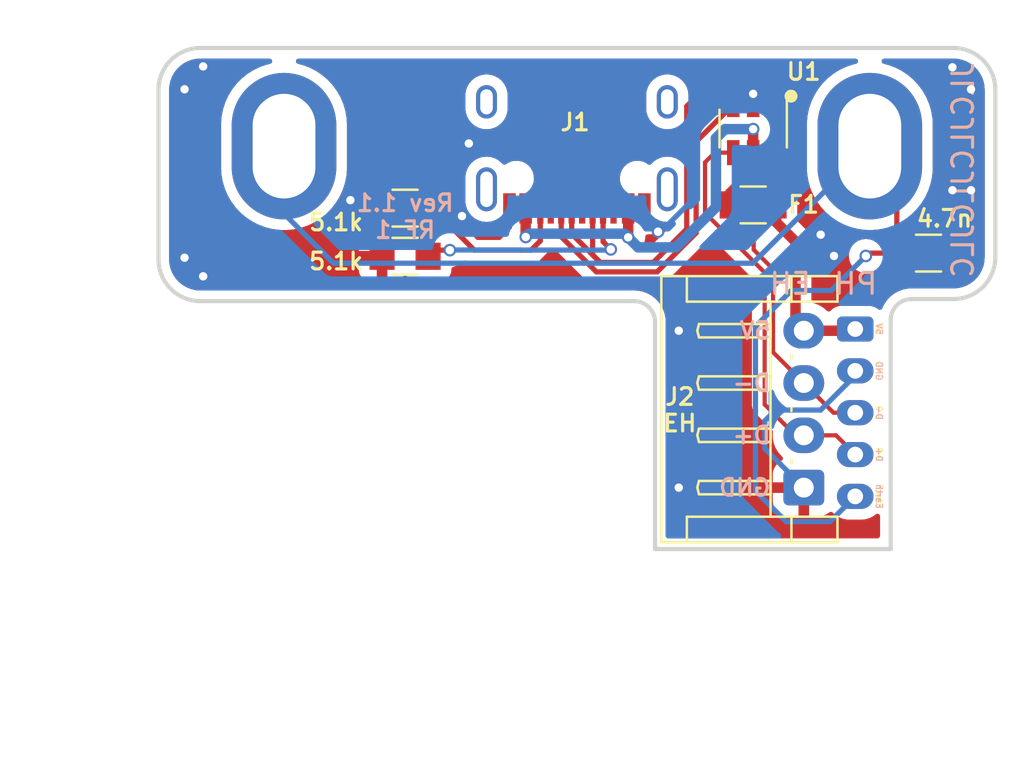
<source format=kicad_pcb>
(kicad_pcb (version 20211014) (generator pcbnew)
  (layers (0 "F.Cu" signal) (31 "B.Cu" signal) (34 "B.Paste" user) (35 "F.Paste" user) (36 "B.SilkS" user "B.Silkscreen") (37 "F.SilkS" user "F.Silkscreen") (38 "B.Mask" user) (39 "F.Mask" user) (44 "Edge.Cuts" user))
  (net 0 "")
  (net 1 "GND")
  (net 2 "D-")
  (net 3 "D+")
  (net 4 "Net-(J1-Pad4)")
  (net 5 "Net-(J1-Pad10)")
  (net 6 "VBUS")
  (net 8 "Net-(J1-Pad5)")
  (net 9 "Net-(J1-Pad6)")
  (net 11 "Earth")
  (footprint "Keeb_components:HRO-TYPE-C-31-M-12" (layer "F.Cu") (at 36.655 14.719 180)
    (fp_text reference "J1")
    (fp_text value "TYPE-C-31-M-12" hide)
    (pad "" np_thru_hole circle locked (at -2.89 -6.25 180) (size 0.65 0.65) (drill 0.65) (layers *.Cu *.Mask))
    (pad "" np_thru_hole circle locked (at 2.89 -6.25 180) (size 0.65 0.65) (drill 0.65) (layers *.Cu *.Mask))
    (pad "1" smd rect locked (at -3.225 -7.695 180) (size 0.6 1.45) (layers "F.Cu" "F.Paste" "F.Mask") (net 1 "GND"))
    (pad "2" smd rect locked (at -2.45 -7.695 180) (size 0.6 1.45) (layers "F.Cu" "F.Paste" "F.Mask") (net 6 "VBUS"))
    (pad "3" smd rect locked (at -1.75 -7.695 180) (size 0.3 1.45) (layers "F.Cu" "F.Paste" "F.Mask"))
    (pad "4" smd rect locked (at -1.25 -7.695 180) (size 0.3 1.45) (layers "F.Cu" "F.Paste" "F.Mask") (net 4 "Net-(J1-Pad4)"))
    (pad "5" smd rect locked (at -0.75 -7.695 180) (size 0.3 1.45) (layers "F.Cu" "F.Paste" "F.Mask") (net 8 "Net-(J1-Pad5)"))
    (pad "6" smd rect locked (at -0.25 -7.695 180) (size 0.3 1.45) (layers "F.Cu" "F.Paste" "F.Mask") (net 9 "Net-(J1-Pad6)"))
    (pad "7" smd rect locked (at 0.25 -7.695 180) (size 0.3 1.45) (layers "F.Cu" "F.Paste" "F.Mask") (net 8 "Net-(J1-Pad5)"))
    (pad "8" smd rect locked (at 0.75 -7.695 180) (size 0.3 1.45) (layers "F.Cu" "F.Paste" "F.Mask") (net 9 "Net-(J1-Pad6)"))
    (pad "9" smd rect locked (at 1.25 -7.695 180) (size 0.3 1.45) (layers "F.Cu" "F.Paste" "F.Mask"))
    (pad "10" smd rect locked (at 1.75 -7.695 180) (size 0.3 1.45) (layers "F.Cu" "F.Paste" "F.Mask") (net 5 "Net-(J1-Pad10)"))
    (pad "11" smd rect locked (at 2.45 -7.695 180) (size 0.6 1.45) (layers "F.Cu" "F.Paste" "F.Mask") (net 6 "VBUS"))
    (pad "12" smd rect locked (at 3.225 -7.695 180) (size 0.6 1.45) (layers "F.Cu" "F.Paste" "F.Mask") (net 1 "GND"))
    (pad "13" thru_hole oval locked (at 4.32 -6.78 180) (size 1 2.1) (drill oval 0.6 1.7) (layers *.Cu *.Mask))
    (pad "13" thru_hole oval locked (at -4.32 -6.78 180) (size 1 2.1) (drill oval 0.6 1.7) (layers *.Cu *.Mask))
    (pad "13" thru_hole oval locked (at 4.32 -2.6 180) (size 1 1.6) (drill oval 0.6 1.2) (layers *.Cu *.Mask))
    (pad "13" thru_hole oval locked (at -4.32 -2.6 180) (size 1 1.6) (drill oval 0.6 1.2) (layers *.Cu *.Mask))
  )
  (footprint "Keeb_components:F_0805" (layer "F.Cu") (at 45.079 22.246 180)
    (fp_text reference "F1" (at -2.413 0.016) (layer "F.SilkS") (effects (font (size 0.8 0.8))))
    (fp_text value "Polyfuse_Small" hide)
    (fp_line (start -0.6 -0.88) (end 0.6 -0.88) (layer "F.SilkS") (width 0.12))
    (fp_line (start 0.6 0.88) (end -0.6 0.88) (layer "F.SilkS") (width 0.12))
    (pad "1" smd rect locked (at -1.099999 0 180) (size 1 1.3) (layers "F.Cu" "F.Paste" "F.Mask") (net 6 "VBUS"))
    (pad "2" smd rect locked (at 1.099999 0 180) (size 1 1.3) (layers "F.Cu" "F.Paste" "F.Mask") (net 6 "VBUS"))
  )
  (footprint "Keeb_components:R_0805" (layer "F.Cu") (at 53.461 24.55 180)
    (fp_text reference "C1" hide)
    (fp_text value "4.7n" (at -0.762 1.651) (layer "F.SilkS") (effects (font (size 0.8 0.8))))
    (fp_line (start 0.6 0.88) (end -0.6 0.88) (layer "F.SilkS") (width 0.12))
    (fp_line (start -0.6 -0.88) (end 0.6 -0.88) (layer "F.SilkS") (width 0.12))
    (pad "1" smd rect locked (at -1.1 0 180) (size 1.2 1.3) (layers "F.Cu" "F.Paste" "F.Mask") (net 1 "GND"))
    (pad "2" smd rect locked (at 1.1 0 180) (size 1.2 1.3) (layers "F.Cu" "F.Paste" "F.Mask") (net 11 "Earth"))
  )
  (footprint "" (layer "F.Cu") (at 9.3295 17.938521)
    (fp_text reference "" (at 0 0) (layer "F.SilkS") (effects (font (size 1.27 1.27))))
    (fp_text value "" (at 0 0) (layer "F.SilkS") (effects (font (size 1.27 1.27))))
    (pad "" thru_hole oval (at 13.3255 1.497479) (size 5 7) (drill oval 3 5) (layers *.Cu *.Mask) (net 11 "Earth"))
  )
  (footprint "Keeb_components:R_0805" (layer "F.Cu") (at 28.442 22.4 180)
    (fp_text reference "R2" hide)
    (fp_text value "5.1k" (at 3.302 -2.54) (layer "F.SilkS") (effects (font (size 0.8 0.8))))
    (fp_line (start 0.6 0.88) (end -0.6 0.88) (layer "F.SilkS") (width 0.12))
    (fp_line (start -0.6 -0.88) (end 0.6 -0.88) (layer "F.SilkS") (width 0.12))
    (pad "1" smd rect locked (at -1.1 0 180) (size 1.2 1.3) (layers "F.Cu" "F.Paste" "F.Mask") (net 5 "Net-(J1-Pad10)"))
    (pad "2" smd rect locked (at 1.1 0 180) (size 1.2 1.3) (layers "F.Cu" "F.Paste" "F.Mask") (net 1 "GND"))
  )
  (footprint "Keeb_components:USBLC6-2SC6" (layer "F.Cu") (at 45.079 18.5978 90)
    (fp_text reference "U1" (at 2.7178 2.413) (layer "F.SilkS") (effects (font (size 0.8 0.8))))
    (fp_text value "USBLC6-2SC6")
    (fp_line (start -0.9 1.61) (end 1.55 1.61) (layer "F.SilkS") (width 0.12))
    (fp_line (start 0.9 -1.61) (end -0.9 -1.61) (layer "F.SilkS") (width 0.12))
    (fp_circle (center 1.55 1.81) (end 1.8 1.81) (layer "F.SilkS") (width 0.12) (fill solid))
    (pad "1" smd rect (at 1.15 0.95 180) (size 0.6 1.2) (layers "F.Cu" "F.Paste" "F.Mask") (net 8 "Net-(J1-Pad5)"))
    (pad "2" smd rect (at 1.15 0 180) (size 0.6 1.2) (layers "F.Cu" "F.Paste" "F.Mask") (net 1 "GND"))
    (pad "3" smd rect (at 1.15 -0.95 180) (size 0.6 1.2) (layers "F.Cu" "F.Paste" "F.Mask") (net 9 "Net-(J1-Pad6)"))
    (pad "4" smd rect (at -1.15 -0.95 180) (size 0.6 1.2) (layers "F.Cu" "F.Paste" "F.Mask") (net 3 "D+"))
    (pad "5" smd rect (at -1.15 0 180) (size 0.6 1.2) (layers "F.Cu" "F.Paste" "F.Mask") (net 6 "VBUS"))
    (pad "6" smd rect (at -1.15 0.95 180) (size 0.6 1.2) (layers "F.Cu" "F.Paste" "F.Mask") (net 2 "D-"))
  )
  (footprint "Keeb_components:R_0805" (layer "F.Cu") (at 28.442 24.7 180)
    (fp_text reference "R1" hide)
    (fp_text value "5.1k" (at 3.302 1.624) (layer "F.SilkS") (effects (font (size 0.8 0.8))))
    (fp_line (start 0.6 0.88) (end -0.6 0.88) (layer "F.SilkS") (width 0.12))
    (fp_line (start -0.6 -0.88) (end 0.6 -0.88) (layer "F.SilkS") (width 0.12))
    (pad "1" smd rect locked (at -1.1 0 180) (size 1.2 1.3) (layers "F.Cu" "F.Paste" "F.Mask") (net 4 "Net-(J1-Pad4)"))
    (pad "2" smd rect locked (at 1.1 0 180) (size 1.2 1.3) (layers "F.Cu" "F.Paste" "F.Mask") (net 1 "GND"))
  )
  (footprint "" (layer "F.Cu") (at 40.4445 18.065521)
    (fp_text reference "" (at 0 0) (layer "F.SilkS") (effects (font (size 1.27 1.27))))
    (fp_text value "" (at 0 0) (layer "F.SilkS") (effects (font (size 1.27 1.27))))
    (pad "" thru_hole oval (at 10.2105 1.370479) (size 5 7) (drill oval 3 5) (layers *.Cu *.Mask) (net 11 "Earth"))
  )
  (footprint "Connector_JST:JST_EH_S4B-EH_1x04_P2.50mm_Horizontal" (layer "F.Cu") (at 47.5 35.759 90)
    (fp_text reference "J2" (at 4.343 -5.924) (layer "F.SilkS") (effects (font (size 0.8 0.8))))
    (fp_text value "JST_EH_S4B-EH_1x04_P2.50mm_Horizontal")
    (fp_line (start 0.32 -5.01) (end 0.32 -1.59) (layer "F.SilkS") (width 0.12))
    (fp_line (start -1.39 -1.59) (end 8.89 -1.59) (layer "F.SilkS") (width 0.12))
    (fp_line (start 7.5 -5.09) (end 7.82 -5.01) (layer "F.SilkS") (width 0.12))
    (fp_line (start 0 -5.09) (end 0.32 -5.01) (layer "F.SilkS") (width 0.12))
    (fp_line (start 7.18 -1.59) (end 7.18 -5.01) (layer "F.SilkS") (width 0.12))
    (fp_line (start 6.17 -0.59) (end 6.33 -0.59) (layer "F.SilkS") (width 0.12))
    (fp_line (start -1.39 -0.59) (end -1.39 1.61) (layer "F.SilkS") (width 0.12))
    (fp_line (start 2.82 -5.01) (end 2.82 -1.59) (layer "F.SilkS") (width 0.12))
    (fp_line (start 8.89 1.61) (end 8.89 -0.59) (layer "F.SilkS") (width 0.12))
    (fp_line (start -2.61 -6.81) (end 10.11 -6.81) (layer "F.SilkS") (width 0.12))
    (fp_line (start 7.18 -5.01) (end 7.5 -5.09) (layer "F.SilkS") (width 0.12))
    (fp_line (start -0.32 -5.01) (end 0 -5.09) (layer "F.SilkS") (width 0.12))
    (fp_line (start -1.39 1.61) (end -2.61 1.61) (layer "F.SilkS") (width 0.12))
    (fp_line (start 2.5 -1.59) (end 2.18 -1.59) (layer "F.SilkS") (width 0.12))
    (fp_line (start 5 -1.59) (end 4.68 -1.59) (layer "F.SilkS") (width 0.12))
    (fp_line (start 2.18 -5.01) (end 2.5 -5.09) (layer "F.SilkS") (width 0.12))
    (fp_line (start -2.61 1.61) (end -2.61 -6.81) (layer "F.SilkS") (width 0.12))
    (fp_line (start 2.82 -1.59) (end 2.5 -1.59) (layer "F.SilkS") (width 0.12))
    (fp_line (start 3.67 -0.59) (end 3.83 -0.59) (layer "F.SilkS") (width 0.12))
    (fp_line (start -2.61 -5.59) (end -1.39 -5.59) (layer "F.SilkS") (width 0.12))
    (fp_line (start -1.39 -5.59) (end -1.39 -0.59) (layer "F.SilkS") (width 0.12))
    (fp_line (start 0 -1.59) (end -0.32 -1.59) (layer "F.SilkS") (width 0.12))
    (fp_line (start 2.18 -1.59) (end 2.18 -5.01) (layer "F.SilkS") (width 0.12))
    (fp_line (start -0.32 -1.59) (end -0.32 -5.01) (layer "F.SilkS") (width 0.12))
    (fp_line (start 8.89 -5.59) (end 8.89 -0.59) (layer "F.SilkS") (width 0.12))
    (fp_line (start 10.11 -5.59) (end 8.89 -5.59) (layer "F.SilkS") (width 0.12))
    (fp_line (start 0.32 -1.59) (end 0 -1.59) (layer "F.SilkS") (width 0.12))
    (fp_line (start 5.32 -1.59) (end 5 -1.59) (layer "F.SilkS") (width 0.12))
    (fp_line (start 5.32 -5.01) (end 5.32 -1.59) (layer "F.SilkS") (width 0.12))
    (fp_line (start 1.17 -0.59) (end 1.33 -0.59) (layer "F.SilkS") (width 0.12))
    (fp_line (start 10.11 -6.81) (end 10.11 1.61) (layer "F.SilkS") (width 0.12))
    (fp_line (start 8.89 -0.59) (end 10.11 -0.59) (layer "F.SilkS") (width 0.12))
    (fp_line (start -1.39 -0.59) (end -2.61 -0.59) (layer "F.SilkS") (width 0.12))
    (fp_line (start 2.5 -5.09) (end 2.82 -5.01) (layer "F.SilkS") (width 0.12))
    (fp_line (start 10.11 1.61) (end 8.89 1.61) (layer "F.SilkS") (width 0.12))
    (fp_line (start 7.5 -1.59) (end 7.18 -1.59) (layer "F.SilkS") (width 0.12))
    (fp_line (start 4.68 -1.59) (end 4.68 -5.01) (layer "F.SilkS") (width 0.12))
    (fp_line (start 7.82 -5.01) (end 7.82 -1.59) (layer "F.SilkS") (width 0.12))
    (fp_line (start 4.68 -5.01) (end 5 -5.09) (layer "F.SilkS") (width 0.12))
    (fp_line (start 5 -5.09) (end 5.32 -5.01) (layer "F.SilkS") (width 0.12))
    (fp_line (start 7.82 -1.59) (end 7.5 -1.59) (layer "F.SilkS") (width 0.12))
    (pad "1" thru_hole roundrect (at 0 0 90) (size 1.7 1.95) (drill 0.95) (layers *.Cu *.Mask) (roundrect_rratio 0.1470588235) (net 1 "GND"))
    (pad "2" thru_hole oval (at 2.5 0 90) (size 1.7 1.95) (drill 0.95) (layers *.Cu *.Mask) (net 3 "D+"))
    (pad "3" thru_hole oval (at 5 0 90) (size 1.7 1.95) (drill 0.95) (layers *.Cu *.Mask) (net 2 "D-"))
    (pad "4" thru_hole oval (at 7.5 0 90) (size 1.7 1.95) (drill 0.95) (layers *.Cu *.Mask) (net 6 "VBUS"))
  )
  (footprint "footprints:MegaMan7" (layer "F.Cu") (at 28.442 18.619)
    (fp_text reference "G***" hide)
    (fp_text value "LOGO" hide)
  )
  (footprint "Connector_JST:JST_PH_S5B-PH-K_1x05_P2.00mm_Horizontal" (layer "F.Cu") (at 49.958 28.178 -90)
    (fp_text reference "J3" hide)
    (fp_text value "JST_PH_S5B-PH-K_1x05_P2.00mm_Horizontal")
    (pad "1" thru_hole roundrect (at 0 0 270) (size 1.2 1.75) (drill 0.75) (layers *.Cu *.Mask) (roundrect_rratio 0.2083333333) (net 6 "VBUS"))
    (pad "2" thru_hole oval (at 2 0 270) (size 1.2 1.75) (drill 0.75) (layers *.Cu *.Mask) (net 1 "GND"))
    (pad "3" thru_hole oval (at 4 0 270) (size 1.2 1.75) (drill 0.75) (layers *.Cu *.Mask) (net 2 "D-"))
    (pad "4" thru_hole oval (at 6 0 270) (size 1.2 1.75) (drill 0.75) (layers *.Cu *.Mask) (net 3 "D+"))
    (pad "5" thru_hole oval (at 8 0 270) (size 1.2 1.75) (drill 0.75) (layers *.Cu *.Mask) (net 11 "Earth"))
  )
  (footprint "footprints:MegaMan7" (layer "B.Cu") (at 28.442 18.619 180)
    (fp_text reference "G***" hide)
    (fp_text value "LOGO" hide)
  )
  (gr_arc (start 56.655 24.744) (mid 56.069214 26.158214) (end 54.655 26.744) (layer "Edge.Cuts") (width 0.2))
  (gr_line (start 40.39 38.694) (end 40.39 27.844) (layer "Edge.Cuts") (width 0.2))
  (gr_line (start 51.655 38.694) (end 51.655 27.744) (layer "Edge.Cuts") (width 0.2))
  (gr_arc (start 54.655 14.744) (mid 56.069213 15.329786) (end 56.655 16.743999) (layer "Edge.Cuts") (width 0.2))
  (gr_arc (start 18.655 26.844) (mid 17.240787 26.258213) (end 16.655001 24.844) (layer "Edge.Cuts") (width 0.2))
  (gr_arc (start 39.39 26.844) (mid 40.097107 27.136893) (end 40.39 27.844) (layer "Edge.Cuts") (width 0.2))
  (gr_arc (start 16.655 16.744) (mid 17.240786 15.329787) (end 18.654999 14.744001) (layer "Edge.Cuts") (width 0.2))
  (gr_line (start 56.655 24.744) (end 56.655 16.744) (layer "Edge.Cuts") (width 0.2))
  (gr_line (start 54.655 26.744) (end 52.655 26.744) (layer "Edge.Cuts") (width 0.2))
  (gr_line (start 39.39 26.844) (end 18.655 26.844) (layer "Edge.Cuts") (width 0.2))
  (gr_line (start 18.654999 14.744001) (end 54.655 14.744) (layer "Edge.Cuts") (width 0.2))
  (gr_line (start 16.655 24.844) (end 16.655 16.744) (layer "Edge.Cuts") (width 0.2))
  (gr_arc (start 51.655 27.744) (mid 51.947893 27.036893) (end 52.655 26.744) (layer "Edge.Cuts") (width 0.2))
  (gr_line (start 51.655 38.694) (end 40.39 38.694) (layer "Edge.Cuts") (width 0.2))
  (gr_text "5V" (at 46 28.259) (layer "B.SilkS") (effects (font (size 0.8 0.8)) (justify left mirror)))
  (gr_text "D-" (at 46 30.759) (layer "B.SilkS") (effects (font (size 0.8 0.8)) (justify left mirror)))
  (gr_text "EH" (at 47.926 26.015) (layer "B.SilkS") (effects (font (size 1 1)) (justify left mirror)))
  (gr_text "Earth" (at 51.101 36.178 270) (layer "B.SilkS") (effects (font (size 0.3 0.3) (thickness 0.06)) (justify mirror)))
  (gr_text "Rev 1.1\nRF 1" (at 28.442 22.8) (layer "B.SilkS") (effects (font (size 0.8 0.8)) (justify mirror)))
  (gr_text "5V" (at 51.101 28.178 270) (layer "B.SilkS") (effects (font (size 0.3 0.3) (thickness 0.06)) (justify mirror)))
  (gr_text "D+" (at 51.101 34.178 270) (layer "B.SilkS") (effects (font (size 0.3 0.3) (thickness 0.06)) (justify mirror)))
  (gr_text "GND" (at 51.101 30.178 270) (layer "B.SilkS") (effects (font (size 0.3 0.3) (thickness 0.06)) (justify mirror)))
  (gr_text "GND" (at 46 35.759) (layer "B.SilkS") (effects (font (size 0.8 0.8)) (justify left mirror)))
  (gr_text "D+" (at 46 33.259) (layer "B.SilkS") (effects (font (size 0.8 0.8)) (justify left mirror)))
  (gr_text "PH" (at 51.101 26.015) (layer "B.SilkS") (effects (font (size 1 1)) (justify left mirror)))
  (gr_text "JLCJLCJLCJLC" (at 55.112 20.579 90) (layer "B.SilkS") (effects (font (size 1 1)) (justify mirror)))
  (gr_text "D-" (at 51.101 32.178 270) (layer "B.SilkS") (effects (font (size 0.3 0.3) (thickness 0.06)) (justify mirror)))
  (gr_text "J1" (at 36.57 18.293) (layer "F.SilkS") (effects (font (size 0.8 0.8))))
  (gr_text "5V" (at 51.101 28.178 270) (layer "F.SilkS") (effects (font (size 0.3 0.3) (thickness 0.06))))
  (gr_text "EH" (at 41.576 32.686) (layer "F.SilkS") (effects (font (size 0.8 0.8))))
  (gr_text "D-" (at 51.101 32.178 270) (layer "F.SilkS") (effects (font (size 0.3 0.3) (thickness 0.06))))
  (gr_text "D+" (at 51.101 34.178 270) (layer "F.SilkS") (effects (font (size 0.3 0.3) (thickness 0.06))))
  (gr_text "Earth" (at 51.101 36.178 270) (layer "F.SilkS") (effects (font (size 0.3 0.3) (thickness 0.06))))
  (gr_text "GND" (at 51.101 30.178 270) (layer "F.SilkS") (effects (font (size 0.3 0.3) (thickness 0.06))))
  (segment (start 31.924 23.796) (end 32.94 23.796) (width 0.25) (layer "F.Cu") (net 1))
  (segment (start 31.162 22.78) (end 31.162 23.034) (width 0.25) (layer "F.Cu") (net 1))
  (segment (start 32.94 23.796) (end 33.43 23.306) (width 0.25) (layer "F.Cu") (net 1))
  (segment (start 45.079 16.938) (end 45.079 17.4478) (width 0.25) (layer "F.Cu") (net 1))
  (segment (start 33.43 23.306) (end 33.43 22.414) (width 0.25) (layer "F.Cu") (net 1))
  (segment (start 39.88 22.414) (end 39.88 22.873) (width 0.25) (layer "F.Cu") (net 1))
  (segment (start 39.88 22.873) (end 40.5324 23.5254) (width 0.25) (layer "F.Cu") (net 1))
  (segment (start 31.162 23.034) (end 31.924 23.796) (width 0.25) (layer "F.Cu") (net 1))
  (via (at 55.493 21.5442) (size 0.6) (drill 0.4) (layers "F.Cu" "B.Cu") (net 1))
  (via (at 17.901 24.77) (size 0.6) (drill 0.4) (layers "F.Cu" "B.Cu") (net 1))
  (via (at 25.828 22.018) (size 0.6) (drill 0.4) (layers "F.Cu" "B.Cu") (net 1))
  (via (at 18.79 15.626) (size 0.6) (drill 0.4) (layers "F.Cu" "B.Cu") (net 1))
  (via (at 45.079 16.938) (size 0.6) (drill 0.4) (layers "F.Cu" "B.Cu") (net 1))
  (via (at 48.307 23.669) (size 0.6) (drill 0.4) (layers "F.Cu" "B.Cu") (net 1))
  (via (at 40.5324 23.5254) (size 0.6) (drill 0.4) (layers "F.Cu" "B.Cu") (net 1))
  (via (at 48.942 24.685) (size 0.6) (drill 0.4) (layers "F.Cu" "B.Cu") (net 1))
  (via (at 31.162 22.78) (size 0.6) (drill 0.4) (layers "F.Cu" "B.Cu") (net 1))
  (via (at 54.604 21.5442) (size 0.6) (drill 0.4) (layers "F.Cu" "B.Cu") (net 1))
  (via (at 31.49 19.309) (size 0.6) (drill 0.4) (layers "F.Cu" "B.Cu") (net 1))
  (via (at 17.901 16.719) (size 0.6) (drill 0.4) (layers "F.Cu" "B.Cu") (net 1))
  (via (at 18.79 25.659) (size 0.6) (drill 0.4) (layers "F.Cu" "B.Cu") (net 1))
  (via (at 54.604 15.668) (size 0.6) (drill 0.4) (layers "F.Cu" "B.Cu") (net 1))
  (via (at 55.493 16.719) (size 0.6) (drill 0.4) (layers "F.Cu" "B.Cu") (net 1))
  (via (at 41.523 35.759) (size 0.6) (drill 0.4) (layers "F.Cu" "B.Cu") (net 1))
  (via (at 41.523 28.259) (size 0.6) (drill 0.4) (layers "F.Cu" "B.Cu") (net 1))
  (segment (start 49.958 30.178) (end 49.958 30.4) (width 0.25) (layer "B.Cu") (net 1))
  (segment (start 49.958 30.4) (end 48.307 32.051) (width 0.25) (layer "B.Cu") (net 1))
  (segment (start 45.64 32.559) (end 45.64 33.899) (width 0.25) (layer "B.Cu") (net 1))
  (segment (start 42.031 22.159726) (end 40.665326 23.5254) (width 0.25) (layer "B.Cu") (net 1))
  (segment (start 40.665326 23.5254) (end 40.5324 23.5254) (width 0.25) (layer "B.Cu") (net 1))
  (segment (start 46.148 32.051) (end 45.64 32.559) (width 0.25) (layer "B.Cu") (net 1))
  (segment (start 45.64 33.899) (end 47.5 35.759) (width 0.25) (layer "B.Cu") (net 1))
  (segment (start 48.307 32.051) (end 46.148 32.051) (width 0.25) (layer "B.Cu") (net 1))
  (segment (start 45.079 16.938) (end 43.0812 16.938) (width 0.25) (layer "B.Cu") (net 1))
  (segment (start 42.031 17.9882) (end 42.031 22.159726) (width 0.25) (layer "B.Cu") (net 1))
  (segment (start 43.0812 16.938) (end 42.031 17.9882) (width 0.25) (layer "B.Cu") (net 1))
  (segment (start 46.029 29.288) (end 46.029 25.311314) (width 0.2) (layer "F.Cu") (net 2))
  (segment (start 46.029 20.645999) (end 46.029 19.7478) (width 0.2) (layer "F.Cu") (net 2))
  (segment (start 45.106 24.388314) (end 45.106 21.568999) (width 0.2) (layer "F.Cu") (net 2))
  (segment (start 47.5 30.759) (end 46.029 29.288) (width 0.2) (layer "F.Cu") (net 2))
  (segment (start 46.029 25.311314) (end 45.106 24.388314) (width 0.2) (layer "F.Cu") (net 2))
  (segment (start 47.5 30.759) (end 48.919 32.178) (width 0.2) (layer "F.Cu") (net 2))
  (segment (start 48.919 32.178) (end 49.958 32.178) (width 0.2) (layer "F.Cu") (net 2))
  (segment (start 45.106 21.568999) (end 46.029 20.645999) (width 0.2) (layer "F.Cu") (net 2))
  (segment (start 42.779 20.212) (end 43.2432 19.7478) (width 0.2) (layer "F.Cu") (net 3))
  (segment (start 47.1035 33.259) (end 45.629 31.7845) (width 0.2) (layer "F.Cu") (net 3))
  (segment (start 45.629 25.477) (end 42.779 22.627) (width 0.2) (layer "F.Cu") (net 3))
  (segment (start 43.2432 19.7478) (end 44.129 19.7478) (width 0.2) (layer "F.Cu") (net 3))
  (segment (start 42.779 22.627) (end 42.779 20.212) (width 0.2) (layer "F.Cu") (net 3))
  (segment (start 49.039 33.259) (end 49.958 34.178) (width 0.2) (layer "F.Cu") (net 3))
  (segment (start 45.629 31.7845) (end 45.629 25.477) (width 0.2) (layer "F.Cu") (net 3))
  (segment (start 47.5 33.259) (end 47.1035 33.259) (width 0.2) (layer "F.Cu") (net 3))
  (segment (start 47.5 33.259) (end 49.039 33.259) (width 0.2) (layer "F.Cu") (net 3))
  (segment (start 29.834411 24.407589) (end 29.542 24.7) (width 0.25) (layer "F.Cu") (net 4))
  (segment (start 37.905 24.0025) (end 37.905 22.414) (width 0.25) (layer "F.Cu") (net 4))
  (segment (start 30.582411 24.407589) (end 29.834411 24.407589) (width 0.25) (layer "F.Cu") (net 4))
  (segment (start 38.274 24.3715) (end 37.905 24.0025) (width 0.25) (layer "F.Cu") (net 4))
  (via (at 30.582411 24.407589) (size 0.6) (drill 0.4) (layers "F.Cu" "B.Cu") (net 4))
  (via (at 38.274 24.3715) (size 0.6) (drill 0.4) (layers "F.Cu" "B.Cu") (net 4))
  (segment (start 38.274 24.3715) (end 38.2411 24.4044) (width 0.25) (layer "B.Cu") (net 4))
  (segment (start 30.59 24.4) (end 30.582411 24.407589) (width 0.25) (layer "B.Cu") (net 4))
  (segment (start 33.948916 24.4044) (end 33.944516 24.4) (width 0.25) (layer "B.Cu") (net 4))
  (segment (start 33.944516 24.4) (end 30.59 24.4) (width 0.25) (layer "B.Cu") (net 4))
  (segment (start 38.2411 24.4044) (end 33.948916 24.4044) (width 0.25) (layer "B.Cu") (net 4))
  (segment (start 34.905 23.966084) (end 34.905 22.414) (width 0.25) (layer "F.Cu") (net 5))
  (segment (start 31.7464 24.4044) (end 34.466684 24.4044) (width 0.25) (layer "F.Cu") (net 5))
  (segment (start 29.542 22.4) (end 29.742 22.4) (width 0.25) (layer "F.Cu") (net 5))
  (segment (start 29.742 22.4) (end 31.7464 24.4044) (width 0.25) (layer "F.Cu") (net 5))
  (segment (start 34.466684 24.4044) (end 34.905 23.966084) (width 0.25) (layer "F.Cu") (net 5))
  (segment (start 46.178999 22.246) (end 46.178999 23.075999) (width 0.5) (layer "F.Cu") (net 6))
  (segment (start 34.205 23.7749) (end 34.205 22.414) (width 0.5) (layer "F.Cu") (net 6))
  (segment (start 45.079 20.579) (end 45.079 19.7478) (width 0.5) (layer "F.Cu") (net 6))
  (segment (start 39.105 22.414) (end 39.105 23.796) (width 0.5) (layer "F.Cu") (net 6))
  (segment (start 47.1035 24.0005) (end 47.1035 27.8625) (width 0.5) (layer "F.Cu") (net 6))
  (segment (start 49.877 28.259) (end 49.958 28.178) (width 0.5) (layer "F.Cu") (net 6))
  (segment (start 43.979001 21.678999) (end 45.079 20.579) (width 0.5) (layer "F.Cu") (net 6))
  (segment (start 43.979001 22.246) (end 43.979001 21.678999) (width 0.5) (layer "F.Cu") (net 6))
  (segment (start 34.209003 23.778903) (end 34.205 23.7749) (width 0.5) (layer "F.Cu") (net 6))
  (segment (start 47.1035 27.8625) (end 47.5 28.259) (width 0.5) (layer "F.Cu") (net 6))
  (segment (start 46.178999 23.075999) (end 47.1035 24.0005) (width 0.5) (layer "F.Cu") (net 6))
  (segment (start 45.079 19.7478) (end 45.079 18.6232) (width 0.5) (layer "F.Cu") (net 6))
  (segment (start 47.5 28.259) (end 49.877 28.259) (width 0.5) (layer "F.Cu") (net 6))
  (via (at 34.209003 23.778903) (size 0.6) (drill 0.4) (layers "F.Cu" "B.Cu") (net 6))
  (via (at 45.079 18.6232) (size 0.6) (drill 0.4) (layers "F.Cu" "B.Cu") (net 6))
  (via (at 39.105 23.796) (size 0.6) (drill 0.4) (layers "F.Cu" "B.Cu") (net 6))
  (segment (start 43.7328 18.6232) (end 45.079 18.6232) (width 0.5) (layer "B.Cu") (net 6))
  (segment (start 39.5844 24.2754) (end 41.3826 24.2754) (width 0.5) (layer "B.Cu") (net 6))
  (segment (start 39.105 23.796) (end 39.5844 24.2754) (width 0.5) (layer "B.Cu") (net 6))
  (segment (start 43.301 19.055) (end 43.7328 18.6232) (width 0.5) (layer "B.Cu") (net 6))
  (segment (start 41.3826 24.2754) (end 43.301 22.357) (width 0.5) (layer "B.Cu") (net 6))
  (segment (start 39.105 23.796) (end 38.931 23.622) (width 0.5) (layer "B.Cu") (net 6))
  (segment (start 34.365906 23.622) (end 34.209003 23.778903) (width 0.5) (layer "B.Cu") (net 6))
  (segment (start 38.931 23.622) (end 34.365906 23.622) (width 0.5) (layer "B.Cu") (net 6))
  (segment (start 43.301 22.357) (end 43.301 19.055) (width 0.5) (layer "B.Cu") (net 6))
  (segment (start 41.904 17.531) (end 41.904 23.396) (width 0.25) (layer "F.Cu") (net 8))
  (segment (start 36.405 22.414) (end 36.405 23.630884) (width 0.25) (layer "F.Cu") (net 8))
  (segment (start 41.904 23.396) (end 40.3035 24.9965) (width 0.25) (layer "F.Cu") (net 8))
  (segment (start 40.3035 24.9965) (end 37.770616 24.9965) (width 0.25) (layer "F.Cu") (net 8))
  (segment (start 43.122 16.313) (end 41.904 17.531) (width 0.25) (layer "F.Cu") (net 8))
  (segment (start 46.029 16.819) (end 45.523 16.313) (width 0.25) (layer "F.Cu") (net 8))
  (segment (start 37.770616 24.9965) (end 37.679358 24.905242) (width 0.25) (layer "F.Cu") (net 8))
  (segment (start 37.405 24.630884) (end 37.405 22.414) (width 0.25) (layer "F.Cu") (net 8))
  (segment (start 37.679358 24.905242) (end 37.405 24.630884) (width 0.25) (layer "F.Cu") (net 8))
  (segment (start 36.405 23.630884) (end 37.679358 24.905242) (width 0.25) (layer "F.Cu") (net 8))
  (segment (start 45.523 16.313) (end 43.122 16.313) (width 0.25) (layer "F.Cu") (net 8))
  (segment (start 46.029 17.4478) (end 46.029 16.819) (width 0.25) (layer "F.Cu") (net 8))
  (segment (start 36.08 21.214) (end 36.7478 21.214) (width 0.25) (layer "F.Cu") (net 9))
  (segment (start 37.58422 25.4465) (end 35.905 23.76728) (width 0.25) (layer "F.Cu") (net 9))
  (segment (start 40.489896 25.4465) (end 37.58422 25.4465) (width 0.25) (layer "F.Cu") (net 9))
  (segment (start 44.129 17.4478) (end 42.354 19.2228) (width 0.25) (layer "F.Cu") (net 9))
  (segment (start 35.905 22.414) (end 35.905 21.389) (width 0.25) (layer "F.Cu") (net 9))
  (segment (start 36.7478 21.214) (end 36.905 21.3712) (width 0.25) (layer "F.Cu") (net 9))
  (segment (start 42.354 19.2228) (end 42.354 23.582396) (width 0.25) (layer "F.Cu") (net 9))
  (segment (start 35.905 23.76728) (end 35.905 22.414) (width 0.25) (layer "F.Cu") (net 9))
  (segment (start 42.354 23.582396) (end 40.489896 25.4465) (width 0.25) (layer "F.Cu") (net 9))
  (segment (start 36.905 21.3712) (end 36.905 22.414) (width 0.25) (layer "F.Cu") (net 9))
  (segment (start 35.905 21.389) (end 36.08 21.214) (width 0.25) (layer "F.Cu") (net 9))
  (segment (start 50.655 19.436) (end 51.947 20.728) (width 0.25) (layer "F.Cu") (net 11))
  (segment (start 50.601 24.55) (end 50.466 24.685) (width 0.25) (layer "F.Cu") (net 11))
  (segment (start 51.947 20.728) (end 51.947 24.136) (width 0.25) (layer "F.Cu") (net 11))
  (segment (start 52.361 24.55) (end 50.601 24.55) (width 0.25) (layer "F.Cu") (net 11))
  (segment (start 51.947 24.136) (end 52.361 24.55) (width 0.25) (layer "F.Cu") (net 11))
  (via (at 50.466 24.685) (size 0.6) (drill 0.4) (layers "F.Cu" "B.Cu") (net 11))
  (segment (start 48.815 26.336) (end 50.466 24.685) (width 0.25) (layer "B.Cu") (net 11))
  (segment (start 45.058411 25.032589) (end 50.655 19.436) (width 0.25) (layer "B.Cu") (net 11))
  (segment (start 46.656 37.385) (end 45.19 35.919) (width 0.25) (layer "B.Cu") (net 11))
  (segment (start 25.021589 25.032589) (end 45.058411 25.032589) (width 0.25) (layer "B.Cu") (net 11))
  (segment (start 45.19 35.919) (end 45.19 28.056) (width 0.25) (layer "B.Cu") (net 11))
  (segment (start 22.655 19.436) (end 22.655 22.666) (width 0.25) (layer "B.Cu") (net 11))
  (segment (start 46.91 26.336) (end 48.815 26.336) (width 0.25) (layer "B.Cu") (net 11))
  (segment (start 45.19 28.056) (end 46.91 26.336) (width 0.25) (layer "B.Cu") (net 11))
  (segment (start 48.751 37.385) (end 46.656 37.385) (width 0.25) (layer "B.Cu") (net 11))
  (segment (start 49.958 36.178) (end 48.751 37.385) (width 0.25) (layer "B.Cu") (net 11))
  (segment (start 22.655 22.666) (end 25.021589 25.032589) (width 0.25) (layer "B.Cu") (net 11))
  (zone (net 1) (net_name "GND") (layers F&B.Cu) (connect_pads (clearance 0.508)) (min_thickness 0.254) (fill yes (thermal_gap 0.508) (thermal_bridge_width 0.508))
    (polygon (pts (xy 58.033 40.264) (xy 13.583 40.264) (xy 13.583 12.578) (xy 58.033 12.451)))
  )
  (zone (net 1) (net_name "GND") (layer "B.Cu") (connect_pads (clearance 0.508)) (min_thickness 0.254) (fill yes (thermal_gap 0.508) (thermal_bridge_width 0.508))
    (polygon (pts (xy 57.532937 40.331659) (xy 13.815321 40.209741) (xy 13.837 12.832) (xy 57.762804 12.952974)))
  )
)
</source>
